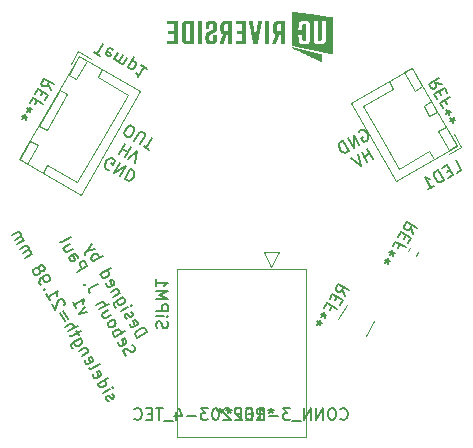
<source format=gbr>
%TF.GenerationSoftware,KiCad,Pcbnew,(6.0.8-1)-1*%
%TF.CreationDate,2022-11-16T20:26:17-05:00*%
%TF.ProjectId,Untitled,556e7469-746c-4656-942e-6b696361645f,rev?*%
%TF.SameCoordinates,Original*%
%TF.FileFunction,Legend,Bot*%
%TF.FilePolarity,Positive*%
%FSLAX46Y46*%
G04 Gerber Fmt 4.6, Leading zero omitted, Abs format (unit mm)*
G04 Created by KiCad (PCBNEW (6.0.8-1)-1) date 2022-11-16 20:26:17*
%MOMM*%
%LPD*%
G01*
G04 APERTURE LIST*
%ADD10C,0.150000*%
%ADD11C,0.120000*%
G04 APERTURE END LIST*
D10*
X94856820Y-68501381D02*
X95722845Y-68001381D01*
X95603798Y-67795185D01*
X95491130Y-67695276D01*
X95361032Y-67660417D01*
X95254744Y-67666796D01*
X95065977Y-67720795D01*
X94942259Y-67792224D01*
X94801112Y-67928701D01*
X94742443Y-68017560D01*
X94707583Y-68147657D01*
X94737772Y-68295185D01*
X94856820Y-68501381D01*
X94207583Y-67281632D02*
X94213963Y-67387920D01*
X94309201Y-67552877D01*
X94398059Y-67611546D01*
X94504347Y-67605166D01*
X94834262Y-67414690D01*
X94892931Y-67325832D01*
X94886551Y-67219544D01*
X94791313Y-67054587D01*
X94702455Y-66995918D01*
X94596167Y-67002297D01*
X94513688Y-67049916D01*
X94669305Y-67509928D01*
X93993297Y-66910478D02*
X93904439Y-66851809D01*
X93809201Y-66686852D01*
X93802821Y-66580564D01*
X93861490Y-66491705D01*
X93902730Y-66467896D01*
X94009018Y-66461516D01*
X94097876Y-66520185D01*
X94169305Y-66643903D01*
X94258163Y-66702572D01*
X94364451Y-66696192D01*
X94405690Y-66672383D01*
X94464359Y-66583524D01*
X94457980Y-66477236D01*
X94386551Y-66353518D01*
X94297693Y-66294849D01*
X93523487Y-66191980D02*
X94100837Y-65858647D01*
X94389512Y-65691980D02*
X94372082Y-65757029D01*
X94307033Y-65739599D01*
X94324463Y-65674550D01*
X94389512Y-65691980D01*
X94307033Y-65739599D01*
X93648456Y-65075100D02*
X92947388Y-65479862D01*
X92888719Y-65568720D01*
X92871289Y-65633769D01*
X92877669Y-65740057D01*
X92949097Y-65863775D01*
X93037956Y-65922444D01*
X93112345Y-65384624D02*
X93118725Y-65490912D01*
X93213963Y-65655869D01*
X93302821Y-65714538D01*
X93367870Y-65731968D01*
X93474158Y-65725588D01*
X93721594Y-65582731D01*
X93780263Y-65493873D01*
X93797693Y-65428824D01*
X93791313Y-65322536D01*
X93696075Y-65157579D01*
X93607217Y-65098909D01*
X93410361Y-64662707D02*
X92833010Y-64996040D01*
X93327882Y-64710326D02*
X93345312Y-64645277D01*
X93338932Y-64538989D01*
X93267504Y-64415271D01*
X93178645Y-64356602D01*
X93072357Y-64362982D01*
X92618725Y-64624887D01*
X92231393Y-63858769D02*
X92237772Y-63965058D01*
X92333010Y-64130015D01*
X92421869Y-64188684D01*
X92528157Y-64182304D01*
X92858071Y-63991828D01*
X92916740Y-63902970D01*
X92910361Y-63796682D01*
X92815123Y-63631724D01*
X92726264Y-63573055D01*
X92619976Y-63579435D01*
X92537498Y-63627054D01*
X92693114Y-64087066D01*
X91737772Y-63099032D02*
X92603798Y-62599032D01*
X91779012Y-63075223D02*
X91785391Y-63181511D01*
X91880629Y-63346468D01*
X91969488Y-63405137D01*
X92034537Y-63422567D01*
X92140825Y-63416187D01*
X92388261Y-63273330D01*
X92446930Y-63184472D01*
X92464359Y-63119423D01*
X92457980Y-63013135D01*
X92362742Y-62848177D01*
X92273883Y-62789508D01*
X91118725Y-62026810D02*
X91984750Y-61526810D01*
X91654836Y-61717286D02*
X91648456Y-61610998D01*
X91553218Y-61446041D01*
X91464359Y-61387372D01*
X91399311Y-61369942D01*
X91293023Y-61376322D01*
X91045587Y-61519179D01*
X90986918Y-61608037D01*
X90969488Y-61673086D01*
X90975868Y-61779374D01*
X91071106Y-61944332D01*
X91159964Y-62003001D01*
X91291313Y-60992409D02*
X90594915Y-61119546D01*
X91053218Y-60580016D02*
X90594915Y-61119546D01*
X90436338Y-61321072D01*
X90418908Y-61386121D01*
X90425288Y-61492409D01*
X93932330Y-70024879D02*
X93819662Y-69924971D01*
X93700614Y-69718774D01*
X93694234Y-69612486D01*
X93711664Y-69547437D01*
X93770333Y-69458579D01*
X93852812Y-69410960D01*
X93959100Y-69404580D01*
X94024149Y-69422010D01*
X94113007Y-69480679D01*
X94249485Y-69621827D01*
X94338343Y-69680496D01*
X94403392Y-69697926D01*
X94509680Y-69691546D01*
X94592159Y-69643927D01*
X94650828Y-69555068D01*
X94668257Y-69490020D01*
X94661878Y-69383731D01*
X94542830Y-69177535D01*
X94430162Y-69077627D01*
X93241854Y-68828939D02*
X93248233Y-68935227D01*
X93343471Y-69100185D01*
X93432330Y-69158854D01*
X93538618Y-69152474D01*
X93868532Y-68961998D01*
X93927201Y-68873139D01*
X93920822Y-68766851D01*
X93825584Y-68601894D01*
X93736725Y-68543225D01*
X93630437Y-68549605D01*
X93547958Y-68597224D01*
X93703575Y-69057236D01*
X92962519Y-68440356D02*
X93828544Y-67940356D01*
X93498630Y-68130832D02*
X93492250Y-68024544D01*
X93397012Y-67859587D01*
X93308154Y-67800918D01*
X93243105Y-67783488D01*
X93136817Y-67789867D01*
X92889381Y-67932725D01*
X92830712Y-68021583D01*
X92813282Y-68086632D01*
X92819662Y-68192920D01*
X92914900Y-68357877D01*
X93003758Y-68416546D01*
X92438709Y-67533091D02*
X92527568Y-67591760D01*
X92592617Y-67609190D01*
X92698905Y-67602810D01*
X92946341Y-67459953D01*
X93005010Y-67371095D01*
X93022439Y-67306046D01*
X93016060Y-67199758D01*
X92944631Y-67076040D01*
X92855773Y-67017371D01*
X92790724Y-66999941D01*
X92684436Y-67006321D01*
X92437000Y-67149178D01*
X92378331Y-67238036D01*
X92360901Y-67303085D01*
X92367281Y-67409373D01*
X92438709Y-67533091D01*
X92420822Y-66168775D02*
X91843471Y-66502108D01*
X92635107Y-66539929D02*
X92181475Y-66801834D01*
X92075187Y-66808213D01*
X91986328Y-66749544D01*
X91914900Y-66625826D01*
X91908520Y-66519538D01*
X91925950Y-66454489D01*
X91605376Y-66089715D02*
X92471402Y-65589715D01*
X91391090Y-65718562D02*
X91844723Y-65456657D01*
X91951011Y-65450277D01*
X92039869Y-65508946D01*
X92111298Y-65632664D01*
X92117678Y-65738952D01*
X92100248Y-65804001D01*
X91495211Y-63898904D02*
X90876621Y-64256047D01*
X90776713Y-64368715D01*
X90741854Y-64498812D01*
X90772043Y-64646340D01*
X90819662Y-64728818D01*
X90473569Y-63938892D02*
X90408520Y-63921462D01*
X90391090Y-63986511D01*
X90456139Y-64003941D01*
X90473569Y-63938892D01*
X90391090Y-63986511D01*
X89772043Y-62914289D02*
X90638068Y-62414289D01*
X90447592Y-62084374D01*
X90358734Y-62025705D01*
X90293685Y-62008276D01*
X90187397Y-62014655D01*
X90063679Y-62086084D01*
X90005010Y-62174942D01*
X89987580Y-62239991D01*
X89993960Y-62346279D01*
X90184436Y-62676194D01*
X89057757Y-61677110D02*
X89511389Y-61415205D01*
X89617678Y-61408825D01*
X89706536Y-61467494D01*
X89801774Y-61632452D01*
X89808154Y-61738740D01*
X89098996Y-61653300D02*
X89105376Y-61759588D01*
X89224424Y-61965785D01*
X89313282Y-62024454D01*
X89419570Y-62018074D01*
X89502049Y-61970455D01*
X89560718Y-61881597D01*
X89554338Y-61775309D01*
X89435291Y-61569112D01*
X89428911Y-61462824D01*
X89182726Y-60560230D02*
X88605376Y-60893563D01*
X89397012Y-60931383D02*
X88943380Y-61193288D01*
X88837092Y-61199668D01*
X88748233Y-61140999D01*
X88676805Y-61017281D01*
X88670425Y-60910993D01*
X88687855Y-60845944D01*
X88295852Y-60357452D02*
X88384711Y-60416121D01*
X88490999Y-60409741D01*
X89233306Y-59981170D01*
X90645568Y-66313946D02*
X89949170Y-66441083D01*
X90407473Y-65901553D01*
X89377742Y-65451340D02*
X89663456Y-65946211D01*
X89520599Y-65698776D02*
X90386624Y-65198776D01*
X90310525Y-65352683D01*
X90275666Y-65482780D01*
X90282046Y-65589069D01*
X92429442Y-73861802D02*
X92340584Y-73803133D01*
X92245346Y-73638175D01*
X92238966Y-73531887D01*
X92297635Y-73443029D01*
X92338874Y-73419219D01*
X92445162Y-73412840D01*
X92534021Y-73471509D01*
X92605449Y-73595227D01*
X92694308Y-73653896D01*
X92800596Y-73647516D01*
X92841835Y-73623706D01*
X92900504Y-73534848D01*
X92894124Y-73428560D01*
X92822696Y-73304842D01*
X92733837Y-73246173D01*
X91959631Y-73143304D02*
X92536982Y-72809970D01*
X92825657Y-72643304D02*
X92808227Y-72708352D01*
X92743178Y-72690923D01*
X92760608Y-72625874D01*
X92825657Y-72643304D01*
X92743178Y-72690923D01*
X91507250Y-72359757D02*
X92373276Y-71859757D01*
X91548490Y-72335947D02*
X91554869Y-72442235D01*
X91650107Y-72607193D01*
X91738966Y-72665862D01*
X91804015Y-72683292D01*
X91910303Y-72676912D01*
X92157739Y-72534055D01*
X92216408Y-72445196D01*
X92233837Y-72380147D01*
X92227458Y-72273859D01*
X92132220Y-72108902D01*
X92043361Y-72050233D01*
X91119918Y-71593640D02*
X91126298Y-71699928D01*
X91221536Y-71864885D01*
X91310394Y-71923554D01*
X91416682Y-71917175D01*
X91746597Y-71726698D01*
X91805266Y-71637840D01*
X91798886Y-71531552D01*
X91703648Y-71366595D01*
X91614790Y-71307926D01*
X91508502Y-71314305D01*
X91426023Y-71361924D01*
X91581640Y-71821936D01*
X90769155Y-71081338D02*
X90858013Y-71140007D01*
X90964302Y-71133628D01*
X91706609Y-70705056D01*
X90429442Y-70397700D02*
X90435822Y-70503988D01*
X90531060Y-70668945D01*
X90619918Y-70727614D01*
X90726206Y-70721235D01*
X91056121Y-70530758D01*
X91114790Y-70441900D01*
X91108410Y-70335612D01*
X91013172Y-70170655D01*
X90924314Y-70111986D01*
X90818026Y-70118365D01*
X90735547Y-70165984D01*
X90891164Y-70625997D01*
X90727458Y-69675783D02*
X90150107Y-70009116D01*
X90644979Y-69723402D02*
X90662409Y-69658353D01*
X90656029Y-69552065D01*
X90584601Y-69428347D01*
X90495742Y-69369678D01*
X90389454Y-69376058D01*
X89935822Y-69637963D01*
X90060791Y-68521083D02*
X89359723Y-68925844D01*
X89301054Y-69014703D01*
X89283624Y-69079752D01*
X89290004Y-69186040D01*
X89361432Y-69309758D01*
X89450291Y-69368427D01*
X89524680Y-68830606D02*
X89531060Y-68936895D01*
X89626298Y-69101852D01*
X89715156Y-69160521D01*
X89780205Y-69177951D01*
X89886493Y-69171571D01*
X90133929Y-69028714D01*
X90192598Y-68939855D01*
X90210028Y-68874807D01*
X90203648Y-68768518D01*
X90108410Y-68603561D01*
X90019552Y-68544892D01*
X89894124Y-68232407D02*
X89703648Y-67902493D01*
X90111371Y-67942023D02*
X89369063Y-68370594D01*
X89262775Y-68376974D01*
X89173917Y-68318305D01*
X89126298Y-68235826D01*
X88959631Y-67947151D02*
X89825657Y-67447151D01*
X88745346Y-67575997D02*
X89198978Y-67314093D01*
X89305266Y-67307713D01*
X89394124Y-67366382D01*
X89465553Y-67490100D01*
X89471933Y-67596388D01*
X89454503Y-67661437D01*
X88960883Y-66901700D02*
X88579930Y-66241871D01*
X88332494Y-66384728D02*
X88713447Y-67044557D01*
X88695559Y-65680241D02*
X88712989Y-65615192D01*
X88706609Y-65508904D01*
X88587561Y-65302707D01*
X88498703Y-65244038D01*
X88433654Y-65226608D01*
X88327366Y-65232988D01*
X88244887Y-65280607D01*
X88144979Y-65393275D01*
X87935822Y-66173861D01*
X87626298Y-65637750D01*
X87150107Y-64812964D02*
X87435822Y-65307836D01*
X87292965Y-65060400D02*
X88158990Y-64560400D01*
X88082891Y-64714307D01*
X88048032Y-64844405D01*
X88054411Y-64950693D01*
X87018300Y-64394191D02*
X86953252Y-64376761D01*
X86935822Y-64441810D01*
X87000871Y-64459240D01*
X87018300Y-64394191D01*
X86935822Y-64441810D01*
X86673917Y-63988178D02*
X86578679Y-63823221D01*
X86572299Y-63716933D01*
X86589729Y-63651884D01*
X86665828Y-63497977D01*
X86806975Y-63361499D01*
X87136890Y-63171023D01*
X87243178Y-63164643D01*
X87308227Y-63182073D01*
X87397085Y-63240742D01*
X87492323Y-63405699D01*
X87498703Y-63511987D01*
X87481273Y-63577036D01*
X87422604Y-63665895D01*
X87216408Y-63784942D01*
X87110120Y-63791322D01*
X87045071Y-63773892D01*
X86956212Y-63715223D01*
X86860974Y-63550266D01*
X86854595Y-63443978D01*
X86872024Y-63378929D01*
X86930693Y-63290071D01*
X86644979Y-62795199D02*
X86733837Y-62853868D01*
X86798886Y-62871298D01*
X86905174Y-62864918D01*
X86946414Y-62841109D01*
X87005083Y-62752250D01*
X87022513Y-62687201D01*
X87016133Y-62580913D01*
X86920895Y-62415956D01*
X86832036Y-62357287D01*
X86766988Y-62339857D01*
X86660699Y-62346237D01*
X86619460Y-62370046D01*
X86560791Y-62458905D01*
X86543361Y-62523954D01*
X86549741Y-62630242D01*
X86644979Y-62795199D01*
X86651359Y-62901487D01*
X86633929Y-62966536D01*
X86575260Y-63055394D01*
X86410303Y-63150632D01*
X86304015Y-63157012D01*
X86238966Y-63139582D01*
X86150107Y-63080913D01*
X86054869Y-62915956D01*
X86048490Y-62809668D01*
X86065919Y-62744619D01*
X86124588Y-62655761D01*
X86289546Y-62560523D01*
X86395834Y-62554143D01*
X86460883Y-62571573D01*
X86549741Y-62630242D01*
X85364393Y-61720016D02*
X85941743Y-61386683D01*
X85859265Y-61434302D02*
X85876695Y-61369253D01*
X85870315Y-61262965D01*
X85798886Y-61139247D01*
X85710028Y-61080578D01*
X85603740Y-61086958D01*
X85150107Y-61348862D01*
X85603740Y-61086958D02*
X85662409Y-60998099D01*
X85656029Y-60891811D01*
X85584601Y-60768093D01*
X85495742Y-60709424D01*
X85389454Y-60715804D01*
X84935822Y-60977709D01*
X84697726Y-60565316D02*
X85275077Y-60231982D01*
X85192598Y-60279601D02*
X85210028Y-60214553D01*
X85203648Y-60108264D01*
X85132220Y-59984546D01*
X85043361Y-59925877D01*
X84937073Y-59932257D01*
X84483441Y-60194162D01*
X84937073Y-59932257D02*
X84995742Y-59843399D01*
X84989362Y-59737111D01*
X84917934Y-59613393D01*
X84829076Y-59554724D01*
X84722787Y-59561103D01*
X84269155Y-59823008D01*
X121895314Y-54532249D02*
X122307707Y-54294154D01*
X121807707Y-53428128D01*
X121344734Y-54245283D02*
X121056059Y-54411950D01*
X121194245Y-54937011D02*
X121606639Y-54698916D01*
X121106639Y-53832890D01*
X120694245Y-54070986D01*
X120823092Y-55151297D02*
X120323092Y-54285271D01*
X120116895Y-54404319D01*
X120016987Y-54516987D01*
X119982127Y-54647084D01*
X119988507Y-54753373D01*
X120042506Y-54942139D01*
X120113934Y-55065857D01*
X120250412Y-55207005D01*
X120339270Y-55265674D01*
X120469368Y-55300534D01*
X120616895Y-55270344D01*
X120823092Y-55151297D01*
X119503434Y-55913201D02*
X119998306Y-55627487D01*
X119750870Y-55770344D02*
X119250870Y-54904319D01*
X119404777Y-54980418D01*
X119534875Y-55015277D01*
X119641163Y-55008898D01*
X92485171Y-54246361D02*
X92378882Y-54239981D01*
X92255165Y-54168553D01*
X92155256Y-54055885D01*
X92120397Y-53925787D01*
X92126776Y-53819499D01*
X92180775Y-53630732D01*
X92252204Y-53507014D01*
X92388681Y-53365866D01*
X92477539Y-53307197D01*
X92607637Y-53272338D01*
X92755165Y-53302527D01*
X92837643Y-53350146D01*
X92937552Y-53462814D01*
X92954981Y-53527863D01*
X92788315Y-53816538D01*
X92623357Y-53721300D01*
X93373754Y-53659670D02*
X92873754Y-54525695D01*
X93868626Y-53945384D01*
X93368626Y-54811410D01*
X94281019Y-54183479D02*
X93781019Y-55049505D01*
X93987215Y-55168553D01*
X94134743Y-55198742D01*
X94264840Y-55163882D01*
X94353699Y-55105213D01*
X94490176Y-54964065D01*
X94561605Y-54840348D01*
X94615604Y-54651581D01*
X94621983Y-54545293D01*
X94587124Y-54415195D01*
X94487215Y-54302527D01*
X94281019Y-54183479D01*
X93807600Y-52051083D02*
X93307600Y-52917109D01*
X93545696Y-52504716D02*
X94040567Y-52790430D01*
X94302472Y-52336798D02*
X93802472Y-53202823D01*
X94091147Y-53369490D02*
X94879822Y-52670131D01*
X94668497Y-53702823D01*
X93865165Y-51379951D02*
X94030122Y-51475189D01*
X94136410Y-51481568D01*
X94266508Y-51446709D01*
X94402985Y-51305561D01*
X94569652Y-51016886D01*
X94623650Y-50828119D01*
X94588791Y-50698022D01*
X94530122Y-50609163D01*
X94365165Y-50513925D01*
X94258876Y-50507545D01*
X94128779Y-50542405D01*
X93992301Y-50683553D01*
X93825635Y-50972228D01*
X93771636Y-51160994D01*
X93806495Y-51291092D01*
X93865165Y-51379951D01*
X94607472Y-51808522D02*
X95012234Y-51107454D01*
X95101092Y-51048785D01*
X95166141Y-51031355D01*
X95272429Y-51037735D01*
X95437387Y-51132973D01*
X95496056Y-51221831D01*
X95513485Y-51286880D01*
X95507106Y-51393168D01*
X95102344Y-52094236D01*
X95391019Y-52260903D02*
X95885891Y-52546617D01*
X96138455Y-51537735D02*
X95638455Y-52403760D01*
X96495238Y-67671428D02*
X96447619Y-67528571D01*
X96447619Y-67290476D01*
X96495238Y-67195238D01*
X96542857Y-67147619D01*
X96638095Y-67100000D01*
X96733333Y-67100000D01*
X96828571Y-67147619D01*
X96876190Y-67195238D01*
X96923809Y-67290476D01*
X96971428Y-67480952D01*
X97019047Y-67576190D01*
X97066666Y-67623809D01*
X97161904Y-67671428D01*
X97257142Y-67671428D01*
X97352380Y-67623809D01*
X97400000Y-67576190D01*
X97447619Y-67480952D01*
X97447619Y-67242857D01*
X97400000Y-67100000D01*
X96447619Y-66671428D02*
X97114285Y-66671428D01*
X97447619Y-66671428D02*
X97400000Y-66719047D01*
X97352380Y-66671428D01*
X97400000Y-66623809D01*
X97447619Y-66671428D01*
X97352380Y-66671428D01*
X96447619Y-66195238D02*
X97447619Y-66195238D01*
X97447619Y-65814285D01*
X97400000Y-65719047D01*
X97352380Y-65671428D01*
X97257142Y-65623809D01*
X97114285Y-65623809D01*
X97019047Y-65671428D01*
X96971428Y-65719047D01*
X96923809Y-65814285D01*
X96923809Y-66195238D01*
X96447619Y-65195238D02*
X97447619Y-65195238D01*
X96733333Y-64861904D01*
X97447619Y-64528571D01*
X96447619Y-64528571D01*
X96447619Y-63528571D02*
X96447619Y-64100000D01*
X96447619Y-63814285D02*
X97447619Y-63814285D01*
X97304761Y-63909523D01*
X97209523Y-64004761D01*
X97161904Y-64100000D01*
X113607328Y-51088884D02*
X113665997Y-51000026D01*
X113789715Y-50928597D01*
X113937243Y-50898408D01*
X114067340Y-50933268D01*
X114156199Y-50991937D01*
X114292676Y-51133085D01*
X114364105Y-51256802D01*
X114418104Y-51445569D01*
X114424483Y-51551857D01*
X114389624Y-51681955D01*
X114289715Y-51794623D01*
X114207237Y-51842242D01*
X114059709Y-51872431D01*
X113994661Y-51855001D01*
X113827994Y-51566326D01*
X113992951Y-51471088D01*
X113671126Y-52151766D02*
X113171126Y-51285740D01*
X113176254Y-52437480D01*
X112676254Y-51571455D01*
X112763861Y-52675575D02*
X112263861Y-51809550D01*
X112057665Y-51928597D01*
X111957756Y-52041265D01*
X111922897Y-52171363D01*
X111929276Y-52277651D01*
X111983275Y-52466418D01*
X112054704Y-52590136D01*
X112191181Y-52731284D01*
X112280039Y-52789953D01*
X112410137Y-52824812D01*
X112557665Y-52794623D01*
X112763861Y-52675575D01*
X114847280Y-53331781D02*
X114347280Y-52465756D01*
X114585375Y-52878149D02*
X114090503Y-53163863D01*
X114352408Y-53617495D02*
X113852408Y-52751470D01*
X113563733Y-52918137D02*
X113775058Y-53950829D01*
X112986382Y-53251470D01*
X91226084Y-44319490D02*
X91720955Y-44605204D01*
X91973520Y-43596321D02*
X91473520Y-44462347D01*
X92815735Y-44137561D02*
X92757066Y-44048702D01*
X92592109Y-43953464D01*
X92485821Y-43947084D01*
X92396963Y-44005754D01*
X92206486Y-44335668D01*
X92200107Y-44441956D01*
X92258776Y-44530814D01*
X92423733Y-44626053D01*
X92530021Y-44632432D01*
X92618879Y-44573763D01*
X92666499Y-44491285D01*
X92301725Y-44170711D01*
X93251938Y-44334417D02*
X92918605Y-44911767D01*
X92966224Y-44829288D02*
X92983653Y-44894337D01*
X93042323Y-44983195D01*
X93166040Y-45054624D01*
X93272329Y-45061004D01*
X93361187Y-45002335D01*
X93623092Y-44548702D01*
X93361187Y-45002335D02*
X93354807Y-45108623D01*
X93413476Y-45197481D01*
X93537194Y-45268910D01*
X93643482Y-45275289D01*
X93732341Y-45216620D01*
X93994245Y-44762988D01*
X94073305Y-45578434D02*
X94573305Y-44712408D01*
X94097115Y-45537194D02*
X94155784Y-45626053D01*
X94320741Y-45721291D01*
X94427029Y-45727670D01*
X94492078Y-45710241D01*
X94580936Y-45651572D01*
X94723793Y-45404136D01*
X94730173Y-45297848D01*
X94712743Y-45232799D01*
X94654074Y-45143940D01*
X94489117Y-45048702D01*
X94382829Y-45042323D01*
X95643818Y-45715369D02*
X95148946Y-45429655D01*
X95396382Y-45572512D02*
X94896382Y-46438537D01*
X94885332Y-46267200D01*
X94850472Y-46137103D01*
X94791803Y-46048244D01*
%TO.C,REF\u002A\u002A*%
X87529387Y-47533990D02*
X87283660Y-47007220D01*
X87815101Y-47039119D02*
X86949075Y-46539119D01*
X86758599Y-46869033D01*
X86752220Y-46975321D01*
X86769649Y-47040370D01*
X86828318Y-47129229D01*
X86952036Y-47200657D01*
X87058324Y-47207037D01*
X87123373Y-47189607D01*
X87212232Y-47130938D01*
X87402708Y-46801024D01*
X86861468Y-47643239D02*
X86694802Y-47931915D01*
X87077006Y-48317537D02*
X87315101Y-47905144D01*
X86449075Y-47405144D01*
X86210980Y-47817537D01*
X86242421Y-48715461D02*
X86409088Y-48426786D01*
X86862720Y-48688691D02*
X85996694Y-48188691D01*
X85758599Y-48601084D01*
X85496694Y-49054716D02*
X85702891Y-49173764D01*
X85739460Y-48919948D02*
X85702891Y-49173764D01*
X85501365Y-49332341D01*
X85939277Y-49145284D02*
X85702891Y-49173764D01*
X85796420Y-49392720D01*
X85115742Y-49714545D02*
X85321939Y-49833593D01*
X85358508Y-49579777D02*
X85321939Y-49833593D01*
X85120412Y-49992170D01*
X85558324Y-49805113D02*
X85321939Y-49833593D01*
X85415467Y-50052549D01*
X104980833Y-75452380D02*
X105314166Y-74976190D01*
X105552261Y-75452380D02*
X105552261Y-74452380D01*
X105171309Y-74452380D01*
X105076071Y-74500000D01*
X105028452Y-74547619D01*
X104980833Y-74642857D01*
X104980833Y-74785714D01*
X105028452Y-74880952D01*
X105076071Y-74928571D01*
X105171309Y-74976190D01*
X105552261Y-74976190D01*
X104552261Y-74928571D02*
X104218928Y-74928571D01*
X104076071Y-75452380D02*
X104552261Y-75452380D01*
X104552261Y-74452380D01*
X104076071Y-74452380D01*
X103314166Y-74928571D02*
X103647500Y-74928571D01*
X103647500Y-75452380D02*
X103647500Y-74452380D01*
X103171309Y-74452380D01*
X102647500Y-74452380D02*
X102647500Y-74690476D01*
X102885595Y-74595238D02*
X102647500Y-74690476D01*
X102409404Y-74595238D01*
X102790357Y-74880952D02*
X102647500Y-74690476D01*
X102504642Y-74880952D01*
X101885595Y-74452380D02*
X101885595Y-74690476D01*
X102123690Y-74595238D02*
X101885595Y-74690476D01*
X101647500Y-74595238D01*
X102028452Y-74880952D02*
X101885595Y-74690476D01*
X101742738Y-74880952D01*
X112052261Y-75357142D02*
X112099880Y-75404761D01*
X112242738Y-75452380D01*
X112337976Y-75452380D01*
X112480833Y-75404761D01*
X112576071Y-75309523D01*
X112623690Y-75214285D01*
X112671309Y-75023809D01*
X112671309Y-74880952D01*
X112623690Y-74690476D01*
X112576071Y-74595238D01*
X112480833Y-74500000D01*
X112337976Y-74452380D01*
X112242738Y-74452380D01*
X112099880Y-74500000D01*
X112052261Y-74547619D01*
X111433214Y-74452380D02*
X111242738Y-74452380D01*
X111147500Y-74500000D01*
X111052261Y-74595238D01*
X111004642Y-74785714D01*
X111004642Y-75119047D01*
X111052261Y-75309523D01*
X111147500Y-75404761D01*
X111242738Y-75452380D01*
X111433214Y-75452380D01*
X111528452Y-75404761D01*
X111623690Y-75309523D01*
X111671309Y-75119047D01*
X111671309Y-74785714D01*
X111623690Y-74595238D01*
X111528452Y-74500000D01*
X111433214Y-74452380D01*
X110576071Y-75452380D02*
X110576071Y-74452380D01*
X110004642Y-75452380D01*
X110004642Y-74452380D01*
X109528452Y-75452380D02*
X109528452Y-74452380D01*
X108957023Y-75452380D01*
X108957023Y-74452380D01*
X108718928Y-75547619D02*
X107957023Y-75547619D01*
X107814166Y-74452380D02*
X107195119Y-74452380D01*
X107528452Y-74833333D01*
X107385595Y-74833333D01*
X107290357Y-74880952D01*
X107242738Y-74928571D01*
X107195119Y-75023809D01*
X107195119Y-75261904D01*
X107242738Y-75357142D01*
X107290357Y-75404761D01*
X107385595Y-75452380D01*
X107671309Y-75452380D01*
X107766547Y-75404761D01*
X107814166Y-75357142D01*
X106766547Y-75071428D02*
X106004642Y-75071428D01*
X105004642Y-75452380D02*
X105576071Y-75452380D01*
X105290357Y-75452380D02*
X105290357Y-74452380D01*
X105385595Y-74595238D01*
X105480833Y-74690476D01*
X105576071Y-74738095D01*
X104385595Y-74452380D02*
X104290357Y-74452380D01*
X104195119Y-74500000D01*
X104147500Y-74547619D01*
X104099880Y-74642857D01*
X104052261Y-74833333D01*
X104052261Y-75071428D01*
X104099880Y-75261904D01*
X104147500Y-75357142D01*
X104195119Y-75404761D01*
X104290357Y-75452380D01*
X104385595Y-75452380D01*
X104480833Y-75404761D01*
X104528452Y-75357142D01*
X104576071Y-75261904D01*
X104623690Y-75071428D01*
X104623690Y-74833333D01*
X104576071Y-74642857D01*
X104528452Y-74547619D01*
X104480833Y-74500000D01*
X104385595Y-74452380D01*
X103671309Y-74547619D02*
X103623690Y-74500000D01*
X103528452Y-74452380D01*
X103290357Y-74452380D01*
X103195119Y-74500000D01*
X103147500Y-74547619D01*
X103099880Y-74642857D01*
X103099880Y-74738095D01*
X103147500Y-74880952D01*
X103718928Y-75452380D01*
X103099880Y-75452380D01*
X102718928Y-74547619D02*
X102671309Y-74500000D01*
X102576071Y-74452380D01*
X102337976Y-74452380D01*
X102242738Y-74500000D01*
X102195119Y-74547619D01*
X102147500Y-74642857D01*
X102147500Y-74738095D01*
X102195119Y-74880952D01*
X102766547Y-75452380D01*
X102147500Y-75452380D01*
X101528452Y-74452380D02*
X101433214Y-74452380D01*
X101337976Y-74500000D01*
X101290357Y-74547619D01*
X101242738Y-74642857D01*
X101195119Y-74833333D01*
X101195119Y-75071428D01*
X101242738Y-75261904D01*
X101290357Y-75357142D01*
X101337976Y-75404761D01*
X101433214Y-75452380D01*
X101528452Y-75452380D01*
X101623690Y-75404761D01*
X101671309Y-75357142D01*
X101718928Y-75261904D01*
X101766547Y-75071428D01*
X101766547Y-74833333D01*
X101718928Y-74642857D01*
X101671309Y-74547619D01*
X101623690Y-74500000D01*
X101528452Y-74452380D01*
X100861785Y-74452380D02*
X100242738Y-74452380D01*
X100576071Y-74833333D01*
X100433214Y-74833333D01*
X100337976Y-74880952D01*
X100290357Y-74928571D01*
X100242738Y-75023809D01*
X100242738Y-75261904D01*
X100290357Y-75357142D01*
X100337976Y-75404761D01*
X100433214Y-75452380D01*
X100718928Y-75452380D01*
X100814166Y-75404761D01*
X100861785Y-75357142D01*
X99814166Y-75071428D02*
X99052261Y-75071428D01*
X98147500Y-74785714D02*
X98147500Y-75452380D01*
X98385595Y-74404761D02*
X98623690Y-75119047D01*
X98004642Y-75119047D01*
X97861785Y-75547619D02*
X97099880Y-75547619D01*
X97004642Y-74452380D02*
X96433214Y-74452380D01*
X96718928Y-75452380D02*
X96718928Y-74452380D01*
X96099880Y-74928571D02*
X95766547Y-74928571D01*
X95623690Y-75452380D02*
X96099880Y-75452380D01*
X96099880Y-74452380D01*
X95623690Y-74452380D01*
X94623690Y-75357142D02*
X94671309Y-75404761D01*
X94814166Y-75452380D01*
X94909404Y-75452380D01*
X95052261Y-75404761D01*
X95147500Y-75309523D01*
X95195119Y-75214285D01*
X95242738Y-75023809D01*
X95242738Y-74880952D01*
X95195119Y-74690476D01*
X95147500Y-74595238D01*
X95052261Y-74500000D01*
X94909404Y-74452380D01*
X94814166Y-74452380D01*
X94671309Y-74500000D01*
X94623690Y-74547619D01*
X106187500Y-74452380D02*
X106187500Y-74690476D01*
X106425595Y-74595238D02*
X106187500Y-74690476D01*
X105949404Y-74595238D01*
X106330357Y-74880952D02*
X106187500Y-74690476D01*
X106044642Y-74880952D01*
X118245190Y-59686489D02*
X117999463Y-59159719D01*
X118530904Y-59191618D02*
X117664878Y-58691618D01*
X117474402Y-59021532D01*
X117468023Y-59127820D01*
X117485452Y-59192869D01*
X117544121Y-59281728D01*
X117667839Y-59353156D01*
X117774127Y-59359536D01*
X117839176Y-59342106D01*
X117928035Y-59283437D01*
X118118511Y-58953523D01*
X117577271Y-59795738D02*
X117410605Y-60084414D01*
X117792809Y-60470036D02*
X118030904Y-60057643D01*
X117164878Y-59557643D01*
X116926783Y-59970036D01*
X116958224Y-60867960D02*
X117124891Y-60579285D01*
X117578523Y-60841190D02*
X116712497Y-60341190D01*
X116474402Y-60753583D01*
X116212497Y-61207215D02*
X116418694Y-61326263D01*
X116455263Y-61072447D02*
X116418694Y-61326263D01*
X116217168Y-61484840D01*
X116655080Y-61297783D02*
X116418694Y-61326263D01*
X116512223Y-61545219D01*
X115831545Y-61867044D02*
X116037742Y-61986092D01*
X116074311Y-61732276D02*
X116037742Y-61986092D01*
X115836215Y-62144669D01*
X116274127Y-61957612D02*
X116037742Y-61986092D01*
X116131270Y-62205048D01*
X112466582Y-64921489D02*
X112220855Y-64394719D01*
X112752296Y-64426618D02*
X111886270Y-63926618D01*
X111695794Y-64256532D01*
X111689415Y-64362820D01*
X111706844Y-64427869D01*
X111765513Y-64516728D01*
X111889231Y-64588156D01*
X111995519Y-64594536D01*
X112060568Y-64577106D01*
X112149427Y-64518437D01*
X112339903Y-64188523D01*
X111798663Y-65030738D02*
X111631997Y-65319414D01*
X112014201Y-65705036D02*
X112252296Y-65292643D01*
X111386270Y-64792643D01*
X111148175Y-65205036D01*
X111179616Y-66102960D02*
X111346283Y-65814285D01*
X111799915Y-66076190D02*
X110933889Y-65576190D01*
X110695794Y-65988583D01*
X110433889Y-66442215D02*
X110640086Y-66561263D01*
X110676655Y-66307447D02*
X110640086Y-66561263D01*
X110438560Y-66719840D01*
X110876472Y-66532783D02*
X110640086Y-66561263D01*
X110733615Y-66780219D01*
X110052937Y-67102044D02*
X110259134Y-67221092D01*
X110295703Y-66967276D02*
X110259134Y-67221092D01*
X110057607Y-67379669D01*
X110495519Y-67192612D02*
X110259134Y-67221092D01*
X110352662Y-67440048D01*
X120674496Y-46981608D02*
X120095437Y-46931029D01*
X120388782Y-46486737D02*
X119522757Y-46986737D01*
X119713233Y-47316651D01*
X119802091Y-47375320D01*
X119867140Y-47392750D01*
X119973428Y-47386370D01*
X120097146Y-47314942D01*
X120155815Y-47226083D01*
X120173245Y-47161035D01*
X120166865Y-47054747D01*
X119976389Y-46724832D01*
X120435150Y-47614667D02*
X120601816Y-47903342D01*
X121126877Y-47765155D02*
X120888782Y-47352762D01*
X120022757Y-47852762D01*
X120260852Y-48265155D01*
X121054197Y-48686889D02*
X120887531Y-48398214D01*
X121341163Y-48136309D02*
X120475137Y-48636309D01*
X120713233Y-49048702D01*
X120975137Y-49502334D02*
X121181334Y-49383287D01*
X120979808Y-49224709D02*
X121181334Y-49383287D01*
X121217903Y-49637102D01*
X121274863Y-49164331D02*
X121181334Y-49383287D01*
X121417720Y-49411767D01*
X121356090Y-50162163D02*
X121562286Y-50043116D01*
X121360760Y-49884538D02*
X121562286Y-50043116D01*
X121598855Y-50296931D01*
X121655815Y-49824160D02*
X121562286Y-50043116D01*
X121798672Y-50071596D01*
D11*
X89213767Y-45311796D02*
X89838767Y-44229265D01*
X89948575Y-44639072D02*
X90598094Y-45014072D01*
X86548575Y-50528045D02*
X88298575Y-47496956D01*
X87198094Y-50903045D02*
X86548575Y-50528045D01*
X84884915Y-53389589D02*
X89944915Y-44625412D01*
X85548094Y-53760929D02*
X84898575Y-53385929D01*
X88948094Y-47871956D02*
X87198094Y-50903045D01*
X94076907Y-47888591D02*
X91926907Y-51612501D01*
X87222132Y-53861410D02*
X89776907Y-55336410D01*
X88298575Y-47496956D02*
X88948094Y-47871956D01*
X86448094Y-52202083D02*
X85548094Y-53760929D01*
X84898575Y-53385929D02*
X85798575Y-51827083D01*
X91522132Y-46413591D02*
X94076907Y-47888591D01*
X85798575Y-51827083D02*
X86448094Y-52202083D01*
X86847132Y-54510929D02*
X87222132Y-53861410D01*
X90598094Y-45014072D02*
X89698094Y-46572918D01*
X95115086Y-47610412D02*
X90055086Y-56374589D01*
X89838767Y-44229265D02*
X90921299Y-44854265D01*
X89698094Y-46572918D02*
X89048575Y-46197918D01*
X89776907Y-55336410D02*
X91926907Y-51612501D01*
X91897132Y-45764072D02*
X91522132Y-46413591D01*
X90055086Y-56374589D02*
X84884915Y-53389589D01*
X89944915Y-44625412D02*
X95115086Y-47610412D01*
X89048575Y-46197918D02*
X89948575Y-44639072D01*
X105552500Y-61258600D02*
X106187500Y-62528600D01*
X98186500Y-76854200D02*
X98186500Y-62655600D01*
X106187500Y-62528600D02*
X106822500Y-61258600D01*
X109108500Y-76854200D02*
X98186500Y-76854200D01*
X109108500Y-62655600D02*
X109108500Y-76854200D01*
X98186500Y-62655600D02*
X109108500Y-62655600D01*
X106822500Y-61258600D02*
X105552500Y-61258600D01*
X117947731Y-60876943D02*
X117794090Y-61143057D01*
X118605910Y-61256943D02*
X118452269Y-61523057D01*
X114933421Y-67064038D02*
X114222169Y-68295962D01*
X112577831Y-65704038D02*
X111866579Y-66935962D01*
X120347243Y-51019551D02*
X120996762Y-50644551D01*
X116523205Y-47396123D02*
X113968430Y-48871123D01*
X119948205Y-53328397D02*
X119573205Y-52678878D01*
X112930251Y-48592943D02*
X118100422Y-45607943D01*
X119597243Y-49720513D02*
X119097243Y-48854488D01*
X121247243Y-52578397D02*
X120347243Y-51019551D01*
X119573205Y-52678878D02*
X117018430Y-54153878D01*
X117447243Y-45996604D02*
X118096762Y-45621604D01*
X122306570Y-52313204D02*
X121224038Y-52938204D01*
X117018430Y-54153878D02*
X115493430Y-51512500D01*
X120246762Y-49345513D02*
X119597243Y-49720513D01*
X118096762Y-45621604D02*
X118996762Y-47180449D01*
X121896762Y-52203397D02*
X121247243Y-52578397D01*
X120996762Y-50644551D02*
X121896762Y-52203397D01*
X121681570Y-51230673D02*
X122306570Y-52313204D01*
X118996762Y-47180449D02*
X118347243Y-47555449D01*
X118347243Y-47555449D02*
X117447243Y-45996604D01*
X121910422Y-52207057D02*
X116740251Y-55192057D01*
X119097243Y-48854488D02*
X119746762Y-48479488D01*
X119746762Y-48479488D02*
X120246762Y-49345513D01*
X118100422Y-45607943D02*
X121910422Y-52207057D01*
X116148205Y-46746604D02*
X116523205Y-47396123D01*
X116740251Y-55192057D02*
X112930251Y-48592943D01*
X113968430Y-48871123D02*
X115493430Y-51512500D01*
%TO.C,G\u002A\u002A\u002A*%
G36*
X104528533Y-41644187D02*
G01*
X104567661Y-41644416D01*
X104595822Y-41645034D01*
X104614898Y-41646235D01*
X104626776Y-41648212D01*
X104633340Y-41651158D01*
X104636476Y-41655267D01*
X104638067Y-41660734D01*
X104638433Y-41662644D01*
X104640900Y-41677346D01*
X104645403Y-41705203D01*
X104651782Y-41745190D01*
X104659876Y-41796283D01*
X104669523Y-41857456D01*
X104680562Y-41927686D01*
X104692832Y-42005947D01*
X104706172Y-42091215D01*
X104720421Y-42182464D01*
X104735418Y-42278670D01*
X104751000Y-42378809D01*
X104757426Y-42420089D01*
X104772735Y-42518077D01*
X104787391Y-42611367D01*
X104801234Y-42698973D01*
X104814104Y-42779908D01*
X104825843Y-42853185D01*
X104836292Y-42917817D01*
X104845290Y-42972817D01*
X104852680Y-43017200D01*
X104858301Y-43049977D01*
X104861995Y-43070163D01*
X104863603Y-43076770D01*
X104864117Y-43074804D01*
X104866772Y-43060427D01*
X104871449Y-43032962D01*
X104877988Y-42993403D01*
X104886230Y-42942740D01*
X104896018Y-42881966D01*
X104907191Y-42812073D01*
X104919592Y-42734053D01*
X104933061Y-42648897D01*
X104947440Y-42557598D01*
X104962569Y-42461148D01*
X104978291Y-42360538D01*
X105089445Y-41647838D01*
X105256849Y-41645858D01*
X105310375Y-41645393D01*
X105354884Y-41645466D01*
X105387209Y-41646186D01*
X105408668Y-41647606D01*
X105420576Y-41649781D01*
X105424253Y-41652766D01*
X105423937Y-41654964D01*
X105421331Y-41669842D01*
X105416222Y-41697949D01*
X105408770Y-41738440D01*
X105399131Y-41790470D01*
X105387463Y-41853195D01*
X105373925Y-41925769D01*
X105358673Y-42007349D01*
X105341867Y-42097090D01*
X105323664Y-42194147D01*
X105304221Y-42297675D01*
X105283697Y-42406829D01*
X105262249Y-42520765D01*
X105240035Y-42638639D01*
X105229110Y-42696587D01*
X105207259Y-42812551D01*
X105186250Y-42924121D01*
X105166240Y-43030457D01*
X105147388Y-43130717D01*
X105129851Y-43224063D01*
X105113787Y-43309651D01*
X105099353Y-43386643D01*
X105086707Y-43454198D01*
X105076007Y-43511474D01*
X105067410Y-43557631D01*
X105061075Y-43591829D01*
X105057158Y-43613226D01*
X105055817Y-43620982D01*
X105051163Y-43622178D01*
X105033638Y-43623524D01*
X105004946Y-43624670D01*
X104967060Y-43625560D01*
X104921953Y-43626137D01*
X104871599Y-43626341D01*
X104830491Y-43626206D01*
X104784233Y-43625698D01*
X104744819Y-43624866D01*
X104714224Y-43623767D01*
X104694420Y-43622459D01*
X104687381Y-43620999D01*
X104687059Y-43618977D01*
X104684443Y-43604469D01*
X104679326Y-43576730D01*
X104671868Y-43536600D01*
X104662226Y-43484921D01*
X104650557Y-43422533D01*
X104637018Y-43350276D01*
X104621769Y-43268992D01*
X104604965Y-43179521D01*
X104586766Y-43082703D01*
X104567328Y-42979381D01*
X104546810Y-42870393D01*
X104525369Y-42756581D01*
X104503163Y-42638786D01*
X104492366Y-42581517D01*
X104470500Y-42465444D01*
X104449477Y-42353715D01*
X104429454Y-42247176D01*
X104410588Y-42146671D01*
X104393038Y-42053044D01*
X104376962Y-41967141D01*
X104362516Y-41889807D01*
X104349860Y-41821885D01*
X104339152Y-41764221D01*
X104330548Y-41717659D01*
X104324207Y-41683044D01*
X104320286Y-41661221D01*
X104318944Y-41653034D01*
X104320593Y-41650900D01*
X104330078Y-41648277D01*
X104349127Y-41646364D01*
X104379031Y-41645088D01*
X104421082Y-41644375D01*
X104476573Y-41644154D01*
X104528533Y-41644187D01*
G37*
G36*
X107942516Y-43850293D02*
G01*
X107944459Y-43850809D01*
X107958720Y-43854477D01*
X107985979Y-43861441D01*
X108025348Y-43871475D01*
X108075941Y-43884355D01*
X108136871Y-43899855D01*
X108207251Y-43917750D01*
X108286194Y-43937815D01*
X108372814Y-43959826D01*
X108466224Y-43983556D01*
X108565537Y-44008781D01*
X108669866Y-44035276D01*
X108778324Y-44062816D01*
X108890025Y-44091176D01*
X109004082Y-44120130D01*
X109119609Y-44149454D01*
X109235717Y-44178923D01*
X109351521Y-44208310D01*
X109466133Y-44237393D01*
X109578668Y-44265944D01*
X109688237Y-44293740D01*
X109793955Y-44320554D01*
X109894935Y-44346163D01*
X109990289Y-44370341D01*
X110079131Y-44392863D01*
X110160574Y-44413503D01*
X110233732Y-44432037D01*
X110297717Y-44448240D01*
X110351643Y-44461887D01*
X110394623Y-44472752D01*
X110425771Y-44480610D01*
X110444198Y-44485237D01*
X110493937Y-44497643D01*
X110493937Y-44820971D01*
X110493875Y-44868372D01*
X110493581Y-44932642D01*
X110493070Y-44991109D01*
X110492369Y-45042286D01*
X110491503Y-45084683D01*
X110490499Y-45116810D01*
X110489384Y-45137179D01*
X110488185Y-45144299D01*
X110484646Y-45142796D01*
X110468798Y-45135543D01*
X110440965Y-45122618D01*
X110401938Y-45104394D01*
X110352505Y-45081243D01*
X110293455Y-45053537D01*
X110225578Y-45021650D01*
X110149661Y-44985953D01*
X110066494Y-44946818D01*
X109976866Y-44904619D01*
X109881566Y-44859728D01*
X109781383Y-44812517D01*
X109677106Y-44763358D01*
X109569524Y-44712625D01*
X109459425Y-44660689D01*
X109347600Y-44607924D01*
X109234836Y-44554700D01*
X109121923Y-44501392D01*
X109009650Y-44448371D01*
X108898806Y-44396011D01*
X108790179Y-44344682D01*
X108684559Y-44294758D01*
X108582735Y-44246612D01*
X108485495Y-44200615D01*
X108393629Y-44157140D01*
X108307926Y-44116560D01*
X108229174Y-44079247D01*
X108158163Y-44045573D01*
X108095682Y-44015912D01*
X108042519Y-43990634D01*
X107999463Y-43970114D01*
X107967304Y-43954723D01*
X107946830Y-43944834D01*
X107938831Y-43940819D01*
X107935574Y-43936614D01*
X107931192Y-43918885D01*
X107929620Y-43890684D01*
X107929851Y-43872059D01*
X107931431Y-43856149D01*
X107935335Y-43849886D01*
X107942516Y-43850293D01*
G37*
G36*
X100317726Y-43626341D02*
G01*
X99986133Y-43626341D01*
X99986133Y-41644154D01*
X100317726Y-41644154D01*
X100317726Y-43626341D01*
G37*
G36*
X102579925Y-43626341D02*
G01*
X102579925Y-42837888D01*
X102419015Y-42837888D01*
X102404070Y-42883942D01*
X102403881Y-42884525D01*
X102398036Y-42902691D01*
X102388362Y-42932918D01*
X102375460Y-42973320D01*
X102359931Y-43022011D01*
X102342378Y-43077105D01*
X102323401Y-43136715D01*
X102303601Y-43198955D01*
X102284224Y-43259833D01*
X102264117Y-43322874D01*
X102244979Y-43382756D01*
X102227507Y-43437299D01*
X102212400Y-43484327D01*
X102200355Y-43521662D01*
X102192068Y-43547128D01*
X102166058Y-43626341D01*
X101828895Y-43626341D01*
X101968776Y-43212346D01*
X101992420Y-43142199D01*
X102016204Y-43071277D01*
X102038083Y-43005662D01*
X102057652Y-42946589D01*
X102074506Y-42895295D01*
X102088238Y-42853013D01*
X102098443Y-42820979D01*
X102104715Y-42800427D01*
X102106649Y-42792594D01*
X102106139Y-42791768D01*
X102097174Y-42783792D01*
X102079660Y-42770710D01*
X102056745Y-42754902D01*
X102039082Y-42742164D01*
X101991387Y-42697246D01*
X101951754Y-42643904D01*
X101923521Y-42586360D01*
X101922551Y-42583711D01*
X101918253Y-42571307D01*
X101914763Y-42558994D01*
X101911980Y-42545122D01*
X101909801Y-42528046D01*
X101908125Y-42506117D01*
X101906851Y-42477689D01*
X101905876Y-42441113D01*
X101905099Y-42394742D01*
X101904417Y-42336929D01*
X101903729Y-42266027D01*
X101903548Y-42244705D01*
X102229910Y-42244705D01*
X102229912Y-42253046D01*
X102230078Y-42308692D01*
X102230604Y-42351972D01*
X102231623Y-42384982D01*
X102233268Y-42409815D01*
X102235672Y-42428569D01*
X102238966Y-42443336D01*
X102243284Y-42456213D01*
X102245407Y-42461389D01*
X102267753Y-42497337D01*
X102298756Y-42525607D01*
X102334713Y-42542696D01*
X102339050Y-42543663D01*
X102360562Y-42546327D01*
X102392112Y-42548482D01*
X102430178Y-42549929D01*
X102471236Y-42550466D01*
X102579925Y-42550507D01*
X102579925Y-41938903D01*
X102471236Y-41938944D01*
X102463501Y-41938956D01*
X102412021Y-41939708D01*
X102372388Y-41941995D01*
X102342075Y-41946315D01*
X102318552Y-41953171D01*
X102299293Y-41963063D01*
X102281768Y-41976492D01*
X102275973Y-41981723D01*
X102262186Y-41996188D01*
X102251426Y-42012124D01*
X102243326Y-42031426D01*
X102237520Y-42055986D01*
X102233641Y-42087700D01*
X102231324Y-42128462D01*
X102230203Y-42180166D01*
X102229910Y-42244705D01*
X101903548Y-42244705D01*
X101903327Y-42218763D01*
X101902982Y-42147018D01*
X101903238Y-42087400D01*
X101904272Y-42038250D01*
X101906260Y-41997912D01*
X101909378Y-41964729D01*
X101913801Y-41937043D01*
X101919705Y-41913197D01*
X101927266Y-41891534D01*
X101936660Y-41870396D01*
X101948062Y-41848128D01*
X101964489Y-41820658D01*
X102008195Y-41768394D01*
X102063345Y-41725292D01*
X102129816Y-41691423D01*
X102207484Y-41666855D01*
X102296229Y-41651657D01*
X102316165Y-41650112D01*
X102350413Y-41648521D01*
X102395261Y-41647109D01*
X102448526Y-41645925D01*
X102508030Y-41645016D01*
X102571592Y-41644430D01*
X102637033Y-41644214D01*
X102911518Y-41644154D01*
X102911518Y-43626341D01*
X102579925Y-43626341D01*
G37*
G36*
X111328445Y-44465937D02*
G01*
X111322802Y-44464775D01*
X111301842Y-44460452D01*
X111267493Y-44453367D01*
X111220427Y-44443656D01*
X111161312Y-44431459D01*
X111090818Y-44416914D01*
X111009616Y-44400159D01*
X110918375Y-44381331D01*
X110817765Y-44360570D01*
X110708456Y-44338013D01*
X110591118Y-44313799D01*
X110466419Y-44288066D01*
X110335032Y-44260952D01*
X110197624Y-44232596D01*
X110054866Y-44203135D01*
X109907428Y-44172707D01*
X109755980Y-44141452D01*
X109601191Y-44109508D01*
X109503556Y-44089359D01*
X109351975Y-44058085D01*
X109204607Y-44027688D01*
X109062092Y-43998299D01*
X108925066Y-43970049D01*
X108794171Y-43943071D01*
X108670043Y-43917496D01*
X108553323Y-43893455D01*
X108444648Y-43871079D01*
X108344657Y-43850501D01*
X108253990Y-43831851D01*
X108173284Y-43815261D01*
X108103179Y-43800863D01*
X108044313Y-43788788D01*
X107997325Y-43779167D01*
X107962854Y-43772133D01*
X107941538Y-43767815D01*
X107934017Y-43766347D01*
X107933871Y-43765555D01*
X107933436Y-43753613D01*
X107933013Y-43727867D01*
X107932606Y-43689017D01*
X107932215Y-43637767D01*
X107931843Y-43574818D01*
X107931493Y-43500872D01*
X107931166Y-43416631D01*
X107930864Y-43322797D01*
X107930590Y-43220073D01*
X107930345Y-43109159D01*
X107930133Y-42990759D01*
X107929954Y-42865574D01*
X107929811Y-42734306D01*
X107929707Y-42597657D01*
X107929642Y-42456329D01*
X107929634Y-42403133D01*
X108510309Y-42403133D01*
X108834691Y-42403133D01*
X108837561Y-42213388D01*
X108837646Y-42207896D01*
X108839063Y-42139357D01*
X108840947Y-42084982D01*
X108843329Y-42044240D01*
X108846239Y-42016602D01*
X108849707Y-42001537D01*
X108857219Y-41986405D01*
X108884435Y-41953136D01*
X108921383Y-41928880D01*
X108966165Y-41914358D01*
X109016879Y-41910289D01*
X109071625Y-41917395D01*
X109110532Y-41932269D01*
X109144618Y-41958522D01*
X109168207Y-41993313D01*
X109170590Y-41999076D01*
X109172751Y-42006055D01*
X109174621Y-42015031D01*
X109176221Y-42026984D01*
X109177571Y-42042895D01*
X109178692Y-42063742D01*
X109179607Y-42090507D01*
X109180335Y-42124169D01*
X109180897Y-42165708D01*
X109181316Y-42216105D01*
X109181611Y-42276338D01*
X109181804Y-42347390D01*
X109181916Y-42430238D01*
X109181968Y-42525864D01*
X109181980Y-42635248D01*
X109181969Y-42741103D01*
X109181919Y-42837186D01*
X109181809Y-42920458D01*
X109181619Y-42991898D01*
X109181328Y-43052488D01*
X109180914Y-43103207D01*
X109180357Y-43145034D01*
X109179635Y-43178951D01*
X109178727Y-43205937D01*
X109177613Y-43226971D01*
X109176271Y-43243035D01*
X109174681Y-43255108D01*
X109172820Y-43264170D01*
X109170669Y-43271202D01*
X109168207Y-43277182D01*
X109146478Y-43309971D01*
X109112982Y-43336840D01*
X109071625Y-43353101D01*
X109018459Y-43360404D01*
X108967556Y-43356964D01*
X108923177Y-43342851D01*
X108886816Y-43318783D01*
X108859971Y-43285480D01*
X108844137Y-43243663D01*
X108843012Y-43236905D01*
X108840674Y-43211784D01*
X108838728Y-43174901D01*
X108837247Y-43128325D01*
X108836304Y-43074127D01*
X108835974Y-43014374D01*
X108835974Y-42823150D01*
X108510418Y-42823150D01*
X108513710Y-43071845D01*
X108514273Y-43111652D01*
X108515410Y-43176257D01*
X108516719Y-43228534D01*
X108518279Y-43270057D01*
X108520173Y-43302401D01*
X108522484Y-43327140D01*
X108525291Y-43345849D01*
X108528678Y-43360102D01*
X108542074Y-43399509D01*
X108573025Y-43462256D01*
X108613414Y-43514766D01*
X108664160Y-43557914D01*
X108726180Y-43592578D01*
X108800393Y-43619635D01*
X108816371Y-43623980D01*
X108839558Y-43628876D01*
X108865621Y-43632424D01*
X108897525Y-43634906D01*
X108938235Y-43636605D01*
X108990717Y-43637804D01*
X109030226Y-43638225D01*
X109074171Y-43638056D01*
X109112776Y-43637243D01*
X109142911Y-43635857D01*
X109161444Y-43633967D01*
X109188923Y-43628450D01*
X109268660Y-43605087D01*
X109336739Y-43572802D01*
X109393308Y-43531468D01*
X109438515Y-43480962D01*
X109472507Y-43421158D01*
X109495434Y-43351932D01*
X109496303Y-43347026D01*
X109498343Y-43325012D01*
X109500184Y-43290166D01*
X109501824Y-43243800D01*
X109503265Y-43187229D01*
X109504507Y-43121763D01*
X109505549Y-43048717D01*
X109506391Y-42969402D01*
X109507035Y-42885132D01*
X109507481Y-42797220D01*
X109507727Y-42706977D01*
X109507775Y-42615718D01*
X109507625Y-42524754D01*
X109507276Y-42435398D01*
X109506730Y-42348964D01*
X109505985Y-42266764D01*
X109505043Y-42190111D01*
X109503904Y-42120317D01*
X109502567Y-42058695D01*
X109501033Y-42006559D01*
X109499302Y-41965220D01*
X109497375Y-41935992D01*
X109495250Y-41920187D01*
X109482405Y-41878780D01*
X109451682Y-41814892D01*
X109409883Y-41760353D01*
X109356725Y-41714889D01*
X109291927Y-41678229D01*
X109219088Y-41651523D01*
X109822906Y-41651523D01*
X109825093Y-42489715D01*
X109825211Y-42534773D01*
X109825434Y-42615718D01*
X109825554Y-42659381D01*
X109825894Y-42770368D01*
X109826246Y-42868568D01*
X109826625Y-42954817D01*
X109827046Y-43029949D01*
X109827523Y-43094800D01*
X109828072Y-43150205D01*
X109828707Y-43196999D01*
X109829443Y-43236016D01*
X109830296Y-43268093D01*
X109831280Y-43294064D01*
X109832410Y-43314764D01*
X109833701Y-43331029D01*
X109835167Y-43343694D01*
X109836825Y-43353593D01*
X109838688Y-43361562D01*
X109840771Y-43368436D01*
X109865004Y-43428500D01*
X109900975Y-43488217D01*
X109945975Y-43537195D01*
X110000881Y-43576181D01*
X110066571Y-43605925D01*
X110143923Y-43627177D01*
X110147544Y-43627906D01*
X110199356Y-43635322D01*
X110260397Y-43639676D01*
X110325937Y-43640978D01*
X110391244Y-43639233D01*
X110451589Y-43634448D01*
X110502241Y-43626632D01*
X110572519Y-43606890D01*
X110640446Y-43575493D01*
X110697515Y-43534143D01*
X110743768Y-43482804D01*
X110779244Y-43421440D01*
X110803982Y-43350014D01*
X110804550Y-43347360D01*
X110806040Y-43335755D01*
X110807395Y-43317450D01*
X110808626Y-43291776D01*
X110809740Y-43258062D01*
X110810747Y-43215639D01*
X110811658Y-43163837D01*
X110812480Y-43101986D01*
X110813224Y-43029417D01*
X110813899Y-42945459D01*
X110814513Y-42849443D01*
X110815078Y-42740698D01*
X110815601Y-42618556D01*
X110816092Y-42482347D01*
X110818863Y-41651523D01*
X110494377Y-41651523D01*
X110490253Y-43247257D01*
X110471398Y-43283898D01*
X110453020Y-43310763D01*
X110419738Y-43337682D01*
X110377461Y-43354375D01*
X110327538Y-43360360D01*
X110271319Y-43355157D01*
X110262339Y-43353335D01*
X110221511Y-43339450D01*
X110190870Y-43317257D01*
X110167704Y-43284917D01*
X110151291Y-43254221D01*
X110149291Y-42452872D01*
X110147290Y-41651523D01*
X109822906Y-41651523D01*
X109219088Y-41651523D01*
X109215204Y-41650099D01*
X109202038Y-41646412D01*
X109180920Y-41641341D01*
X109159478Y-41637735D01*
X109134829Y-41635351D01*
X109104092Y-41633947D01*
X109064384Y-41633283D01*
X109012823Y-41633115D01*
X108984274Y-41633157D01*
X108939115Y-41633563D01*
X108904333Y-41634598D01*
X108877063Y-41636498D01*
X108854439Y-41639501D01*
X108833594Y-41643844D01*
X108811663Y-41649764D01*
X108766341Y-41664696D01*
X108696221Y-41697085D01*
X108637993Y-41737678D01*
X108591121Y-41786980D01*
X108555066Y-41845490D01*
X108529292Y-41913713D01*
X108528522Y-41916512D01*
X108524886Y-41933013D01*
X108521925Y-41953618D01*
X108519536Y-41980099D01*
X108517614Y-42014228D01*
X108516054Y-42057778D01*
X108514752Y-42112521D01*
X108513605Y-42180229D01*
X108510309Y-42403133D01*
X107929634Y-42403133D01*
X107929620Y-42311024D01*
X107929623Y-42226368D01*
X107929646Y-42058373D01*
X107929697Y-41904273D01*
X107929779Y-41763498D01*
X107929897Y-41635476D01*
X107930055Y-41519637D01*
X107930256Y-41415410D01*
X107930505Y-41322224D01*
X107930806Y-41239508D01*
X107931163Y-41166690D01*
X107931580Y-41103200D01*
X107932061Y-41048466D01*
X107932610Y-41001918D01*
X107933231Y-40962985D01*
X107933928Y-40931096D01*
X107934705Y-40905679D01*
X107935567Y-40886164D01*
X107936517Y-40871980D01*
X107937559Y-40862555D01*
X107938697Y-40857319D01*
X107939936Y-40855700D01*
X107940787Y-40855782D01*
X107952904Y-40857375D01*
X107978609Y-40860919D01*
X108017123Y-40866301D01*
X108067664Y-40873410D01*
X108129451Y-40882135D01*
X108201705Y-40892364D01*
X108283643Y-40903985D01*
X108374486Y-40916886D01*
X108473452Y-40930957D01*
X108579761Y-40946084D01*
X108692631Y-40962158D01*
X108811283Y-40979066D01*
X108934935Y-40996696D01*
X109062807Y-41014938D01*
X109194117Y-41033678D01*
X109328086Y-41052807D01*
X109463931Y-41072211D01*
X109600873Y-41091780D01*
X109738131Y-41111402D01*
X109874924Y-41130965D01*
X110010471Y-41150358D01*
X110143991Y-41169469D01*
X110274703Y-41188186D01*
X110401827Y-41206398D01*
X110524583Y-41223993D01*
X110642188Y-41240860D01*
X110753863Y-41256887D01*
X110858827Y-41271963D01*
X110956298Y-41285975D01*
X111045496Y-41298812D01*
X111125641Y-41310363D01*
X111195951Y-41320515D01*
X111255646Y-41329159D01*
X111303945Y-41336180D01*
X111340067Y-41341469D01*
X111363232Y-41344914D01*
X111372658Y-41346402D01*
X111392922Y-41350576D01*
X111392922Y-44479207D01*
X111328445Y-44465937D01*
G37*
G36*
X107023267Y-43626341D02*
G01*
X107023267Y-42837888D01*
X106861974Y-42837888D01*
X106835910Y-42920786D01*
X106832629Y-42931194D01*
X106822803Y-42962232D01*
X106809418Y-43004391D01*
X106793101Y-43055706D01*
X106774478Y-43114209D01*
X106754175Y-43177932D01*
X106732817Y-43244908D01*
X106711031Y-43313170D01*
X106612216Y-43622657D01*
X106445621Y-43624638D01*
X106425699Y-43624858D01*
X106374549Y-43625190D01*
X106336107Y-43624962D01*
X106308854Y-43624105D01*
X106291269Y-43622551D01*
X106281833Y-43620231D01*
X106279026Y-43617074D01*
X106280563Y-43611092D01*
X106286414Y-43592096D01*
X106296243Y-43561446D01*
X106309632Y-43520406D01*
X106326163Y-43470246D01*
X106345418Y-43412231D01*
X106366978Y-43347629D01*
X106390428Y-43277707D01*
X106415347Y-43203732D01*
X106435928Y-43142697D01*
X106459651Y-43072161D01*
X106481563Y-43006807D01*
X106501247Y-42947889D01*
X106518287Y-42896661D01*
X106532266Y-42854377D01*
X106542767Y-42822289D01*
X106549374Y-42801653D01*
X106551669Y-42793721D01*
X106550663Y-42791459D01*
X106540874Y-42782330D01*
X106524036Y-42770936D01*
X106485820Y-42745335D01*
X106436840Y-42700785D01*
X106397879Y-42647740D01*
X106366809Y-42583667D01*
X106365399Y-42580079D01*
X106361128Y-42568520D01*
X106357667Y-42556909D01*
X106354915Y-42543613D01*
X106352768Y-42527001D01*
X106351125Y-42505442D01*
X106349882Y-42477304D01*
X106348937Y-42440955D01*
X106348187Y-42394764D01*
X106347531Y-42337098D01*
X106346865Y-42266328D01*
X106346681Y-42244705D01*
X106677261Y-42244705D01*
X106677304Y-42287272D01*
X106677576Y-42337494D01*
X106678203Y-42376261D01*
X106679301Y-42405509D01*
X106680991Y-42427177D01*
X106683389Y-42443202D01*
X106686616Y-42455521D01*
X106690788Y-42466072D01*
X106710219Y-42496917D01*
X106741547Y-42525416D01*
X106778486Y-42542814D01*
X106782796Y-42543772D01*
X106804170Y-42546393D01*
X106835596Y-42548514D01*
X106873568Y-42549938D01*
X106914578Y-42550466D01*
X107023267Y-42550507D01*
X107023267Y-41938903D01*
X106914578Y-41938944D01*
X106913453Y-41938945D01*
X106860509Y-41939558D01*
X106819709Y-41941629D01*
X106788541Y-41945627D01*
X106764492Y-41952022D01*
X106745049Y-41961284D01*
X106727698Y-41973883D01*
X106714478Y-41985689D01*
X106702963Y-41998618D01*
X106694093Y-42013433D01*
X106687525Y-42031968D01*
X106682918Y-42056060D01*
X106679930Y-42087543D01*
X106678219Y-42128255D01*
X106677443Y-42180030D01*
X106677261Y-42244705D01*
X106346681Y-42244705D01*
X106346532Y-42227180D01*
X106346122Y-42160198D01*
X106346075Y-42105481D01*
X106346440Y-42061386D01*
X106347263Y-42026275D01*
X106348591Y-41998507D01*
X106350469Y-41976443D01*
X106352945Y-41958441D01*
X106356066Y-41942863D01*
X106374396Y-41884293D01*
X106406991Y-41822275D01*
X106451028Y-41769453D01*
X106506406Y-41725903D01*
X106573023Y-41691702D01*
X106650779Y-41666928D01*
X106739571Y-41651657D01*
X106759507Y-41650112D01*
X106793755Y-41648521D01*
X106838603Y-41647109D01*
X106891868Y-41645925D01*
X106951372Y-41645016D01*
X107014934Y-41644430D01*
X107080375Y-41644214D01*
X107354860Y-41644154D01*
X107354860Y-43626341D01*
X107023267Y-43626341D01*
G37*
G36*
X99306368Y-43624426D02*
G01*
X99263310Y-43623994D01*
X99192845Y-43623208D01*
X99134718Y-43622391D01*
X99087361Y-43621464D01*
X99049208Y-43620348D01*
X99018694Y-43618964D01*
X98994251Y-43617233D01*
X98974313Y-43615077D01*
X98957314Y-43612416D01*
X98941687Y-43609172D01*
X98925866Y-43605266D01*
X98891691Y-43595314D01*
X98818943Y-43565338D01*
X98757356Y-43526392D01*
X98707292Y-43478734D01*
X98669113Y-43422620D01*
X98667175Y-43418990D01*
X98659715Y-43404924D01*
X98653149Y-43391732D01*
X98647420Y-43378438D01*
X98642470Y-43364068D01*
X98638243Y-43347643D01*
X98634681Y-43328190D01*
X98631728Y-43304733D01*
X98629326Y-43276295D01*
X98627420Y-43241901D01*
X98625950Y-43200575D01*
X98624862Y-43151342D01*
X98624098Y-43093226D01*
X98623600Y-43025251D01*
X98623312Y-42946441D01*
X98623176Y-42855821D01*
X98623137Y-42752415D01*
X98623137Y-42635248D01*
X98954835Y-42635248D01*
X98954838Y-42687089D01*
X98954871Y-42787149D01*
X98954958Y-42873948D01*
X98955123Y-42948492D01*
X98955386Y-43011787D01*
X98955771Y-43064837D01*
X98956299Y-43108648D01*
X98956994Y-43144225D01*
X98957876Y-43172574D01*
X98958968Y-43194699D01*
X98960293Y-43211606D01*
X98961873Y-43224300D01*
X98963729Y-43233786D01*
X98965885Y-43241070D01*
X98968362Y-43247157D01*
X98987794Y-43278002D01*
X99019121Y-43306501D01*
X99056060Y-43323899D01*
X99059270Y-43324649D01*
X99079866Y-43327345D01*
X99110667Y-43329532D01*
X99148069Y-43331004D01*
X99188469Y-43331551D01*
X99293473Y-43331592D01*
X99293473Y-41938903D01*
X99188469Y-41938944D01*
X99177989Y-41938985D01*
X99138016Y-41939790D01*
X99101968Y-41941466D01*
X99073448Y-41943804D01*
X99056060Y-41946596D01*
X99023893Y-41960904D01*
X98991567Y-41988106D01*
X98968362Y-42023339D01*
X98967158Y-42026111D01*
X98964834Y-42032635D01*
X98962822Y-42040828D01*
X98961098Y-42051695D01*
X98959641Y-42066242D01*
X98958428Y-42085474D01*
X98957437Y-42110396D01*
X98956645Y-42142013D01*
X98956032Y-42181331D01*
X98955574Y-42229355D01*
X98955249Y-42287090D01*
X98955034Y-42355542D01*
X98954909Y-42435715D01*
X98954850Y-42528615D01*
X98954835Y-42635248D01*
X98623137Y-42635248D01*
X98623136Y-42611101D01*
X98623142Y-42496699D01*
X98623198Y-42395868D01*
X98623361Y-42307635D01*
X98623688Y-42231026D01*
X98624234Y-42165066D01*
X98625054Y-42108782D01*
X98626205Y-42061199D01*
X98627742Y-42021342D01*
X98629722Y-41988239D01*
X98632200Y-41960914D01*
X98635232Y-41938393D01*
X98638874Y-41919703D01*
X98643182Y-41903869D01*
X98648211Y-41889917D01*
X98654018Y-41876873D01*
X98660658Y-41863763D01*
X98668188Y-41849612D01*
X98670529Y-41845351D01*
X98697652Y-41806185D01*
X98733212Y-41767299D01*
X98772650Y-41733192D01*
X98811405Y-41708360D01*
X98824154Y-41702066D01*
X98854465Y-41688655D01*
X98885744Y-41677421D01*
X98919519Y-41668183D01*
X98957319Y-41660759D01*
X99000673Y-41654970D01*
X99051110Y-41650634D01*
X99110159Y-41647572D01*
X99179349Y-41645601D01*
X99260208Y-41644542D01*
X99354265Y-41644214D01*
X99625066Y-41644154D01*
X99625066Y-43627558D01*
X99306368Y-43624426D01*
G37*
G36*
X104083145Y-43626341D02*
G01*
X103206267Y-43626341D01*
X103206267Y-43331592D01*
X103759096Y-43331592D01*
X103757167Y-43049739D01*
X103755237Y-42767885D01*
X103528648Y-42765936D01*
X103302060Y-42763987D01*
X103302060Y-42476820D01*
X103758921Y-42476820D01*
X103758921Y-41938903D01*
X103213324Y-41938903D01*
X103215322Y-41793371D01*
X103217320Y-41647838D01*
X103650232Y-41645937D01*
X104083145Y-41644036D01*
X104083145Y-43626341D01*
G37*
G36*
X98283957Y-43626341D02*
G01*
X97407079Y-43626341D01*
X97407079Y-43331592D01*
X97952365Y-43331592D01*
X97952365Y-42764200D01*
X97502872Y-42764200D01*
X97502872Y-42476820D01*
X97952365Y-42476820D01*
X97952365Y-41938903D01*
X97414448Y-41938903D01*
X97414448Y-41644154D01*
X98283957Y-41644154D01*
X98283957Y-43626341D01*
G37*
G36*
X105999014Y-43626341D02*
G01*
X105667421Y-43626341D01*
X105667421Y-41644154D01*
X105999014Y-41644154D01*
X105999014Y-43626341D01*
G37*
G36*
X101204563Y-41628795D02*
G01*
X101261173Y-41634351D01*
X101307893Y-41642859D01*
X101364581Y-41659956D01*
X101435149Y-41692153D01*
X101494438Y-41733655D01*
X101542318Y-41784346D01*
X101578660Y-41844106D01*
X101603335Y-41912818D01*
X101605376Y-41921691D01*
X101608544Y-41941349D01*
X101610939Y-41966561D01*
X101612644Y-41999164D01*
X101613741Y-42040993D01*
X101614313Y-42093883D01*
X101614442Y-42159671D01*
X101614331Y-42205980D01*
X101613811Y-42264372D01*
X101612667Y-42311374D01*
X101610675Y-42348990D01*
X101607611Y-42379225D01*
X101603250Y-42404087D01*
X101597368Y-42425578D01*
X101589742Y-42445707D01*
X101580146Y-42466477D01*
X101578120Y-42470554D01*
X101561669Y-42499525D01*
X101541746Y-42527148D01*
X101517123Y-42554386D01*
X101486574Y-42582204D01*
X101448870Y-42611567D01*
X101402786Y-42643441D01*
X101347093Y-42678789D01*
X101280565Y-42718576D01*
X101201973Y-42763768D01*
X101182754Y-42774746D01*
X101134773Y-42802878D01*
X101091748Y-42829129D01*
X101055686Y-42852226D01*
X101028596Y-42870898D01*
X101012484Y-42883872D01*
X101010064Y-42886250D01*
X100993114Y-42904796D01*
X100980304Y-42923910D01*
X100971075Y-42945949D01*
X100964869Y-42973272D01*
X100961128Y-43008236D01*
X100959293Y-43053200D01*
X100958805Y-43110522D01*
X100958805Y-43115438D01*
X100958905Y-43161094D01*
X100959406Y-43194935D01*
X100960625Y-43219636D01*
X100962882Y-43237871D01*
X100966496Y-43252316D01*
X100971785Y-43265644D01*
X100979069Y-43280532D01*
X100997551Y-43308773D01*
X101031016Y-43337609D01*
X101073561Y-43355149D01*
X101124601Y-43361067D01*
X101162958Y-43357855D01*
X101207805Y-43343354D01*
X101243726Y-43317472D01*
X101270134Y-43280532D01*
X101290398Y-43240525D01*
X101290398Y-42889469D01*
X101614622Y-42889469D01*
X101614622Y-43102799D01*
X101614529Y-43140129D01*
X101613897Y-43203043D01*
X101612711Y-43257599D01*
X101611026Y-43302203D01*
X101608891Y-43335260D01*
X101606361Y-43355178D01*
X101595375Y-43396329D01*
X101567238Y-43460256D01*
X101527613Y-43515057D01*
X101476652Y-43560613D01*
X101414503Y-43596799D01*
X101341315Y-43623494D01*
X101257239Y-43640577D01*
X101231199Y-43643291D01*
X101181787Y-43645592D01*
X101125947Y-43645616D01*
X101067900Y-43643541D01*
X101011866Y-43639545D01*
X100962064Y-43633804D01*
X100922714Y-43626497D01*
X100907706Y-43622612D01*
X100835721Y-43597141D01*
X100775193Y-43562841D01*
X100725415Y-43519115D01*
X100685680Y-43465367D01*
X100655279Y-43401000D01*
X100654611Y-43399193D01*
X100650229Y-43386394D01*
X100646718Y-43373238D01*
X100643955Y-43357929D01*
X100641819Y-43338669D01*
X100640189Y-43313660D01*
X100638941Y-43281104D01*
X100637956Y-43239204D01*
X100637112Y-43186162D01*
X100636286Y-43120181D01*
X100635817Y-43075625D01*
X100635473Y-43008821D01*
X100635895Y-42953975D01*
X100637277Y-42909326D01*
X100639818Y-42873115D01*
X100643712Y-42843580D01*
X100649155Y-42818963D01*
X100656345Y-42797503D01*
X100665476Y-42777440D01*
X100676745Y-42757013D01*
X100684188Y-42744819D01*
X100705046Y-42715484D01*
X100730130Y-42687076D01*
X100760758Y-42658598D01*
X100798246Y-42629058D01*
X100843912Y-42597460D01*
X100899071Y-42562811D01*
X100965042Y-42524116D01*
X101043141Y-42480380D01*
X101096866Y-42450155D01*
X101152991Y-42416479D01*
X101197512Y-42386737D01*
X101231567Y-42360020D01*
X101256292Y-42335418D01*
X101272824Y-42312020D01*
X101282299Y-42288918D01*
X101283253Y-42284794D01*
X101286297Y-42261126D01*
X101288454Y-42227329D01*
X101289722Y-42186951D01*
X101290096Y-42143542D01*
X101289574Y-42100648D01*
X101288150Y-42061819D01*
X101285822Y-42030602D01*
X101282586Y-42010547D01*
X101280859Y-42005190D01*
X101268871Y-41980392D01*
X101252931Y-41957741D01*
X101252662Y-41957436D01*
X101221805Y-41932922D01*
X101182617Y-41917003D01*
X101138855Y-41909902D01*
X101094279Y-41911844D01*
X101052648Y-41923052D01*
X101017719Y-41943748D01*
X101009543Y-41950777D01*
X100997104Y-41962937D01*
X100987530Y-41975902D01*
X100980393Y-41991664D01*
X100975260Y-42012213D01*
X100971703Y-42039538D01*
X100969289Y-42075629D01*
X100967590Y-42122477D01*
X100966174Y-42182071D01*
X100962490Y-42355236D01*
X100638266Y-42355236D01*
X100638620Y-42156280D01*
X100638764Y-42116472D01*
X100639494Y-42054264D01*
X100641074Y-42003584D01*
X100643790Y-41962364D01*
X100647928Y-41928535D01*
X100653775Y-41900028D01*
X100661619Y-41874777D01*
X100671745Y-41850711D01*
X100684441Y-41825764D01*
X100685572Y-41823692D01*
X100720771Y-41774101D01*
X100767980Y-41729316D01*
X100824913Y-41690890D01*
X100889283Y-41660377D01*
X100958805Y-41639331D01*
X100970362Y-41636995D01*
X101020961Y-41630289D01*
X101079899Y-41626717D01*
X101142619Y-41626235D01*
X101204563Y-41628795D01*
G37*
%TD*%
M02*

</source>
